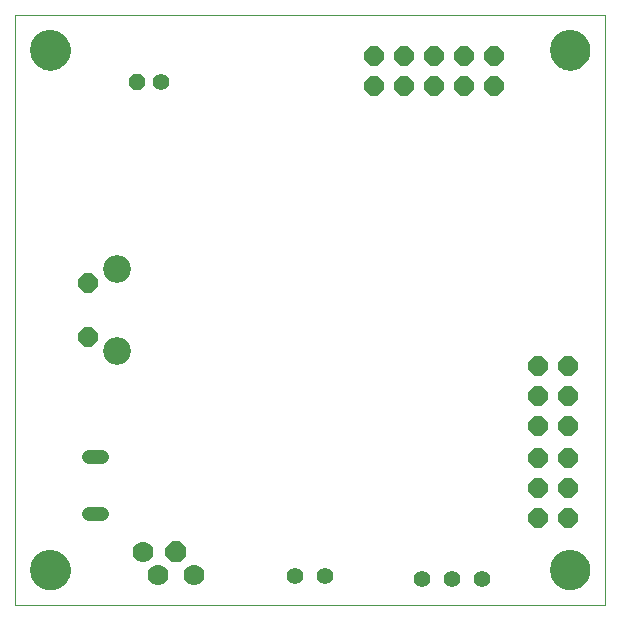
<source format=gbs>
G75*
G70*
%OFA0B0*%
%FSLAX24Y24*%
%IPPOS*%
%LPD*%
%AMOC8*
5,1,8,0,0,1.08239X$1,22.5*
%
%ADD10C,0.0000*%
%ADD11C,0.0480*%
%ADD12OC8,0.0560*%
%ADD13C,0.0560*%
%ADD14C,0.1340*%
%ADD15OC8,0.0640*%
%ADD16C,0.0555*%
%ADD17C,0.0700*%
%ADD18OC8,0.0700*%
%ADD19C,0.0925*%
D10*
X000350Y000677D02*
X000350Y020362D01*
X020035Y020362D01*
X020035Y000677D01*
X000350Y000677D01*
X000881Y001858D02*
X000883Y001908D01*
X000889Y001958D01*
X000899Y002008D01*
X000912Y002056D01*
X000929Y002104D01*
X000950Y002150D01*
X000974Y002194D01*
X001002Y002236D01*
X001033Y002276D01*
X001067Y002313D01*
X001104Y002348D01*
X001143Y002379D01*
X001184Y002408D01*
X001228Y002433D01*
X001274Y002455D01*
X001321Y002473D01*
X001369Y002487D01*
X001418Y002498D01*
X001468Y002505D01*
X001518Y002508D01*
X001569Y002507D01*
X001619Y002502D01*
X001669Y002493D01*
X001717Y002481D01*
X001765Y002464D01*
X001811Y002444D01*
X001856Y002421D01*
X001899Y002394D01*
X001939Y002364D01*
X001977Y002331D01*
X002012Y002295D01*
X002045Y002256D01*
X002074Y002215D01*
X002100Y002172D01*
X002123Y002127D01*
X002142Y002080D01*
X002157Y002032D01*
X002169Y001983D01*
X002177Y001933D01*
X002181Y001883D01*
X002181Y001833D01*
X002177Y001783D01*
X002169Y001733D01*
X002157Y001684D01*
X002142Y001636D01*
X002123Y001589D01*
X002100Y001544D01*
X002074Y001501D01*
X002045Y001460D01*
X002012Y001421D01*
X001977Y001385D01*
X001939Y001352D01*
X001899Y001322D01*
X001856Y001295D01*
X001811Y001272D01*
X001765Y001252D01*
X001717Y001235D01*
X001669Y001223D01*
X001619Y001214D01*
X001569Y001209D01*
X001518Y001208D01*
X001468Y001211D01*
X001418Y001218D01*
X001369Y001229D01*
X001321Y001243D01*
X001274Y001261D01*
X001228Y001283D01*
X001184Y001308D01*
X001143Y001337D01*
X001104Y001368D01*
X001067Y001403D01*
X001033Y001440D01*
X001002Y001480D01*
X000974Y001522D01*
X000950Y001566D01*
X000929Y001612D01*
X000912Y001660D01*
X000899Y001708D01*
X000889Y001758D01*
X000883Y001808D01*
X000881Y001858D01*
X000881Y019181D02*
X000883Y019231D01*
X000889Y019281D01*
X000899Y019331D01*
X000912Y019379D01*
X000929Y019427D01*
X000950Y019473D01*
X000974Y019517D01*
X001002Y019559D01*
X001033Y019599D01*
X001067Y019636D01*
X001104Y019671D01*
X001143Y019702D01*
X001184Y019731D01*
X001228Y019756D01*
X001274Y019778D01*
X001321Y019796D01*
X001369Y019810D01*
X001418Y019821D01*
X001468Y019828D01*
X001518Y019831D01*
X001569Y019830D01*
X001619Y019825D01*
X001669Y019816D01*
X001717Y019804D01*
X001765Y019787D01*
X001811Y019767D01*
X001856Y019744D01*
X001899Y019717D01*
X001939Y019687D01*
X001977Y019654D01*
X002012Y019618D01*
X002045Y019579D01*
X002074Y019538D01*
X002100Y019495D01*
X002123Y019450D01*
X002142Y019403D01*
X002157Y019355D01*
X002169Y019306D01*
X002177Y019256D01*
X002181Y019206D01*
X002181Y019156D01*
X002177Y019106D01*
X002169Y019056D01*
X002157Y019007D01*
X002142Y018959D01*
X002123Y018912D01*
X002100Y018867D01*
X002074Y018824D01*
X002045Y018783D01*
X002012Y018744D01*
X001977Y018708D01*
X001939Y018675D01*
X001899Y018645D01*
X001856Y018618D01*
X001811Y018595D01*
X001765Y018575D01*
X001717Y018558D01*
X001669Y018546D01*
X001619Y018537D01*
X001569Y018532D01*
X001518Y018531D01*
X001468Y018534D01*
X001418Y018541D01*
X001369Y018552D01*
X001321Y018566D01*
X001274Y018584D01*
X001228Y018606D01*
X001184Y018631D01*
X001143Y018660D01*
X001104Y018691D01*
X001067Y018726D01*
X001033Y018763D01*
X001002Y018803D01*
X000974Y018845D01*
X000950Y018889D01*
X000929Y018935D01*
X000912Y018983D01*
X000899Y019031D01*
X000889Y019081D01*
X000883Y019131D01*
X000881Y019181D01*
X018204Y019181D02*
X018206Y019231D01*
X018212Y019281D01*
X018222Y019331D01*
X018235Y019379D01*
X018252Y019427D01*
X018273Y019473D01*
X018297Y019517D01*
X018325Y019559D01*
X018356Y019599D01*
X018390Y019636D01*
X018427Y019671D01*
X018466Y019702D01*
X018507Y019731D01*
X018551Y019756D01*
X018597Y019778D01*
X018644Y019796D01*
X018692Y019810D01*
X018741Y019821D01*
X018791Y019828D01*
X018841Y019831D01*
X018892Y019830D01*
X018942Y019825D01*
X018992Y019816D01*
X019040Y019804D01*
X019088Y019787D01*
X019134Y019767D01*
X019179Y019744D01*
X019222Y019717D01*
X019262Y019687D01*
X019300Y019654D01*
X019335Y019618D01*
X019368Y019579D01*
X019397Y019538D01*
X019423Y019495D01*
X019446Y019450D01*
X019465Y019403D01*
X019480Y019355D01*
X019492Y019306D01*
X019500Y019256D01*
X019504Y019206D01*
X019504Y019156D01*
X019500Y019106D01*
X019492Y019056D01*
X019480Y019007D01*
X019465Y018959D01*
X019446Y018912D01*
X019423Y018867D01*
X019397Y018824D01*
X019368Y018783D01*
X019335Y018744D01*
X019300Y018708D01*
X019262Y018675D01*
X019222Y018645D01*
X019179Y018618D01*
X019134Y018595D01*
X019088Y018575D01*
X019040Y018558D01*
X018992Y018546D01*
X018942Y018537D01*
X018892Y018532D01*
X018841Y018531D01*
X018791Y018534D01*
X018741Y018541D01*
X018692Y018552D01*
X018644Y018566D01*
X018597Y018584D01*
X018551Y018606D01*
X018507Y018631D01*
X018466Y018660D01*
X018427Y018691D01*
X018390Y018726D01*
X018356Y018763D01*
X018325Y018803D01*
X018297Y018845D01*
X018273Y018889D01*
X018252Y018935D01*
X018235Y018983D01*
X018222Y019031D01*
X018212Y019081D01*
X018206Y019131D01*
X018204Y019181D01*
X018204Y001858D02*
X018206Y001908D01*
X018212Y001958D01*
X018222Y002008D01*
X018235Y002056D01*
X018252Y002104D01*
X018273Y002150D01*
X018297Y002194D01*
X018325Y002236D01*
X018356Y002276D01*
X018390Y002313D01*
X018427Y002348D01*
X018466Y002379D01*
X018507Y002408D01*
X018551Y002433D01*
X018597Y002455D01*
X018644Y002473D01*
X018692Y002487D01*
X018741Y002498D01*
X018791Y002505D01*
X018841Y002508D01*
X018892Y002507D01*
X018942Y002502D01*
X018992Y002493D01*
X019040Y002481D01*
X019088Y002464D01*
X019134Y002444D01*
X019179Y002421D01*
X019222Y002394D01*
X019262Y002364D01*
X019300Y002331D01*
X019335Y002295D01*
X019368Y002256D01*
X019397Y002215D01*
X019423Y002172D01*
X019446Y002127D01*
X019465Y002080D01*
X019480Y002032D01*
X019492Y001983D01*
X019500Y001933D01*
X019504Y001883D01*
X019504Y001833D01*
X019500Y001783D01*
X019492Y001733D01*
X019480Y001684D01*
X019465Y001636D01*
X019446Y001589D01*
X019423Y001544D01*
X019397Y001501D01*
X019368Y001460D01*
X019335Y001421D01*
X019300Y001385D01*
X019262Y001352D01*
X019222Y001322D01*
X019179Y001295D01*
X019134Y001272D01*
X019088Y001252D01*
X019040Y001235D01*
X018992Y001223D01*
X018942Y001214D01*
X018892Y001209D01*
X018841Y001208D01*
X018791Y001211D01*
X018741Y001218D01*
X018692Y001229D01*
X018644Y001243D01*
X018597Y001261D01*
X018551Y001283D01*
X018507Y001308D01*
X018466Y001337D01*
X018427Y001368D01*
X018390Y001403D01*
X018356Y001440D01*
X018325Y001480D01*
X018297Y001522D01*
X018273Y001566D01*
X018252Y001612D01*
X018235Y001660D01*
X018222Y001708D01*
X018212Y001758D01*
X018206Y001808D01*
X018204Y001858D01*
D11*
X003268Y003713D02*
X002828Y003713D01*
X002828Y005634D02*
X003268Y005634D01*
D12*
X004413Y018118D03*
D13*
X005213Y018118D03*
D14*
X001531Y019181D03*
X001531Y001858D03*
X018854Y001858D03*
X018854Y019181D03*
D15*
X016315Y019001D03*
X015315Y019001D03*
X014315Y019001D03*
X013315Y019001D03*
X012315Y019001D03*
X012315Y018001D03*
X013315Y018001D03*
X014315Y018001D03*
X015315Y018001D03*
X016315Y018001D03*
X017803Y008645D03*
X017803Y007645D03*
X017803Y006645D03*
X018803Y006645D03*
X018803Y007645D03*
X018803Y008645D03*
X018803Y005575D03*
X017803Y005575D03*
X017803Y004575D03*
X017803Y003575D03*
X018803Y003575D03*
X018803Y004575D03*
X002783Y009625D03*
X002783Y011405D03*
D16*
X009689Y001658D03*
X010689Y001658D03*
X013922Y001542D03*
X014922Y001542D03*
X015922Y001542D03*
D17*
X006318Y001674D03*
X005118Y001674D03*
X004618Y002436D03*
D18*
X005718Y002436D03*
D19*
X003763Y009135D03*
X003763Y011895D03*
M02*

</source>
